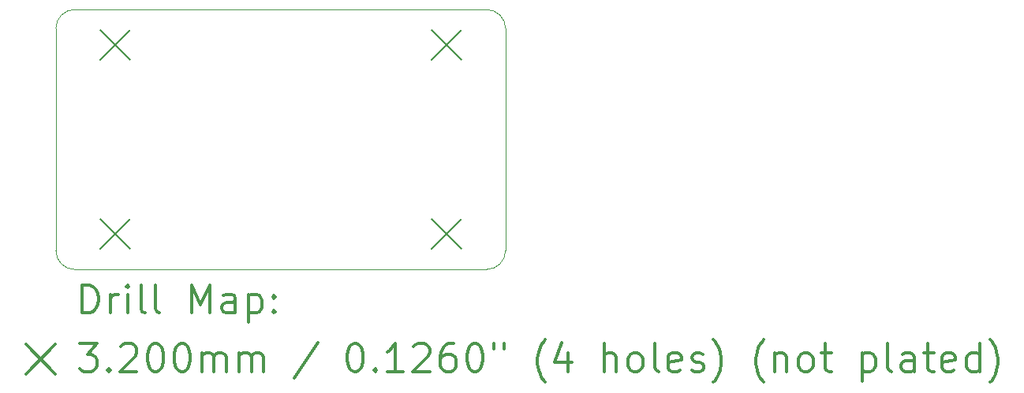
<source format=gbr>
%FSLAX45Y45*%
G04 Gerber Fmt 4.5, Leading zero omitted, Abs format (unit mm)*
G04 Created by KiCad (PCBNEW 5.1.12-84ad8e8a86~92~ubuntu16.04.1) date 2022-12-06 21:02:52*
%MOMM*%
%LPD*%
G01*
G04 APERTURE LIST*
%TA.AperFunction,Profile*%
%ADD10C,0.050000*%
%TD*%
%ADD11C,0.200000*%
%ADD12C,0.300000*%
G04 APERTURE END LIST*
D10*
X17322800Y-7086600D02*
X12903200Y-7086600D01*
X17526000Y-9677400D02*
X17526000Y-7289800D01*
X12903200Y-9880600D02*
X17322800Y-9880600D01*
X17526000Y-7289800D02*
G75*
G03*
X17322800Y-7086600I-203200J0D01*
G01*
X17322800Y-9880600D02*
G75*
G03*
X17526000Y-9677400I0J203200D01*
G01*
X12700000Y-7289800D02*
X12700000Y-9677400D01*
X12903200Y-7086600D02*
G75*
G03*
X12700000Y-7289800I0J-203200D01*
G01*
X12700000Y-9677400D02*
G75*
G03*
X12903200Y-9880600I203200J0D01*
G01*
D11*
X13175000Y-7307600D02*
X13495000Y-7627600D01*
X13495000Y-7307600D02*
X13175000Y-7627600D01*
X13175000Y-9339600D02*
X13495000Y-9659600D01*
X13495000Y-9339600D02*
X13175000Y-9659600D01*
X16731000Y-7307600D02*
X17051000Y-7627600D01*
X17051000Y-7307600D02*
X16731000Y-7627600D01*
X16731000Y-9339600D02*
X17051000Y-9659600D01*
X17051000Y-9339600D02*
X16731000Y-9659600D01*
D12*
X12983928Y-10348814D02*
X12983928Y-10048814D01*
X13055357Y-10048814D01*
X13098214Y-10063100D01*
X13126786Y-10091672D01*
X13141071Y-10120243D01*
X13155357Y-10177386D01*
X13155357Y-10220243D01*
X13141071Y-10277386D01*
X13126786Y-10305957D01*
X13098214Y-10334529D01*
X13055357Y-10348814D01*
X12983928Y-10348814D01*
X13283928Y-10348814D02*
X13283928Y-10148814D01*
X13283928Y-10205957D02*
X13298214Y-10177386D01*
X13312500Y-10163100D01*
X13341071Y-10148814D01*
X13369643Y-10148814D01*
X13469643Y-10348814D02*
X13469643Y-10148814D01*
X13469643Y-10048814D02*
X13455357Y-10063100D01*
X13469643Y-10077386D01*
X13483928Y-10063100D01*
X13469643Y-10048814D01*
X13469643Y-10077386D01*
X13655357Y-10348814D02*
X13626786Y-10334529D01*
X13612500Y-10305957D01*
X13612500Y-10048814D01*
X13812500Y-10348814D02*
X13783928Y-10334529D01*
X13769643Y-10305957D01*
X13769643Y-10048814D01*
X14155357Y-10348814D02*
X14155357Y-10048814D01*
X14255357Y-10263100D01*
X14355357Y-10048814D01*
X14355357Y-10348814D01*
X14626786Y-10348814D02*
X14626786Y-10191672D01*
X14612500Y-10163100D01*
X14583928Y-10148814D01*
X14526786Y-10148814D01*
X14498214Y-10163100D01*
X14626786Y-10334529D02*
X14598214Y-10348814D01*
X14526786Y-10348814D01*
X14498214Y-10334529D01*
X14483928Y-10305957D01*
X14483928Y-10277386D01*
X14498214Y-10248814D01*
X14526786Y-10234529D01*
X14598214Y-10234529D01*
X14626786Y-10220243D01*
X14769643Y-10148814D02*
X14769643Y-10448814D01*
X14769643Y-10163100D02*
X14798214Y-10148814D01*
X14855357Y-10148814D01*
X14883928Y-10163100D01*
X14898214Y-10177386D01*
X14912500Y-10205957D01*
X14912500Y-10291672D01*
X14898214Y-10320243D01*
X14883928Y-10334529D01*
X14855357Y-10348814D01*
X14798214Y-10348814D01*
X14769643Y-10334529D01*
X15041071Y-10320243D02*
X15055357Y-10334529D01*
X15041071Y-10348814D01*
X15026786Y-10334529D01*
X15041071Y-10320243D01*
X15041071Y-10348814D01*
X15041071Y-10163100D02*
X15055357Y-10177386D01*
X15041071Y-10191672D01*
X15026786Y-10177386D01*
X15041071Y-10163100D01*
X15041071Y-10191672D01*
X12377500Y-10683100D02*
X12697500Y-11003100D01*
X12697500Y-10683100D02*
X12377500Y-11003100D01*
X12955357Y-10678814D02*
X13141071Y-10678814D01*
X13041071Y-10793100D01*
X13083928Y-10793100D01*
X13112500Y-10807386D01*
X13126786Y-10821672D01*
X13141071Y-10850243D01*
X13141071Y-10921672D01*
X13126786Y-10950243D01*
X13112500Y-10964529D01*
X13083928Y-10978814D01*
X12998214Y-10978814D01*
X12969643Y-10964529D01*
X12955357Y-10950243D01*
X13269643Y-10950243D02*
X13283928Y-10964529D01*
X13269643Y-10978814D01*
X13255357Y-10964529D01*
X13269643Y-10950243D01*
X13269643Y-10978814D01*
X13398214Y-10707386D02*
X13412500Y-10693100D01*
X13441071Y-10678814D01*
X13512500Y-10678814D01*
X13541071Y-10693100D01*
X13555357Y-10707386D01*
X13569643Y-10735957D01*
X13569643Y-10764529D01*
X13555357Y-10807386D01*
X13383928Y-10978814D01*
X13569643Y-10978814D01*
X13755357Y-10678814D02*
X13783928Y-10678814D01*
X13812500Y-10693100D01*
X13826786Y-10707386D01*
X13841071Y-10735957D01*
X13855357Y-10793100D01*
X13855357Y-10864529D01*
X13841071Y-10921672D01*
X13826786Y-10950243D01*
X13812500Y-10964529D01*
X13783928Y-10978814D01*
X13755357Y-10978814D01*
X13726786Y-10964529D01*
X13712500Y-10950243D01*
X13698214Y-10921672D01*
X13683928Y-10864529D01*
X13683928Y-10793100D01*
X13698214Y-10735957D01*
X13712500Y-10707386D01*
X13726786Y-10693100D01*
X13755357Y-10678814D01*
X14041071Y-10678814D02*
X14069643Y-10678814D01*
X14098214Y-10693100D01*
X14112500Y-10707386D01*
X14126786Y-10735957D01*
X14141071Y-10793100D01*
X14141071Y-10864529D01*
X14126786Y-10921672D01*
X14112500Y-10950243D01*
X14098214Y-10964529D01*
X14069643Y-10978814D01*
X14041071Y-10978814D01*
X14012500Y-10964529D01*
X13998214Y-10950243D01*
X13983928Y-10921672D01*
X13969643Y-10864529D01*
X13969643Y-10793100D01*
X13983928Y-10735957D01*
X13998214Y-10707386D01*
X14012500Y-10693100D01*
X14041071Y-10678814D01*
X14269643Y-10978814D02*
X14269643Y-10778814D01*
X14269643Y-10807386D02*
X14283928Y-10793100D01*
X14312500Y-10778814D01*
X14355357Y-10778814D01*
X14383928Y-10793100D01*
X14398214Y-10821672D01*
X14398214Y-10978814D01*
X14398214Y-10821672D02*
X14412500Y-10793100D01*
X14441071Y-10778814D01*
X14483928Y-10778814D01*
X14512500Y-10793100D01*
X14526786Y-10821672D01*
X14526786Y-10978814D01*
X14669643Y-10978814D02*
X14669643Y-10778814D01*
X14669643Y-10807386D02*
X14683928Y-10793100D01*
X14712500Y-10778814D01*
X14755357Y-10778814D01*
X14783928Y-10793100D01*
X14798214Y-10821672D01*
X14798214Y-10978814D01*
X14798214Y-10821672D02*
X14812500Y-10793100D01*
X14841071Y-10778814D01*
X14883928Y-10778814D01*
X14912500Y-10793100D01*
X14926786Y-10821672D01*
X14926786Y-10978814D01*
X15512500Y-10664529D02*
X15255357Y-11050243D01*
X15898214Y-10678814D02*
X15926786Y-10678814D01*
X15955357Y-10693100D01*
X15969643Y-10707386D01*
X15983928Y-10735957D01*
X15998214Y-10793100D01*
X15998214Y-10864529D01*
X15983928Y-10921672D01*
X15969643Y-10950243D01*
X15955357Y-10964529D01*
X15926786Y-10978814D01*
X15898214Y-10978814D01*
X15869643Y-10964529D01*
X15855357Y-10950243D01*
X15841071Y-10921672D01*
X15826786Y-10864529D01*
X15826786Y-10793100D01*
X15841071Y-10735957D01*
X15855357Y-10707386D01*
X15869643Y-10693100D01*
X15898214Y-10678814D01*
X16126786Y-10950243D02*
X16141071Y-10964529D01*
X16126786Y-10978814D01*
X16112500Y-10964529D01*
X16126786Y-10950243D01*
X16126786Y-10978814D01*
X16426786Y-10978814D02*
X16255357Y-10978814D01*
X16341071Y-10978814D02*
X16341071Y-10678814D01*
X16312500Y-10721672D01*
X16283928Y-10750243D01*
X16255357Y-10764529D01*
X16541071Y-10707386D02*
X16555357Y-10693100D01*
X16583928Y-10678814D01*
X16655357Y-10678814D01*
X16683928Y-10693100D01*
X16698214Y-10707386D01*
X16712500Y-10735957D01*
X16712500Y-10764529D01*
X16698214Y-10807386D01*
X16526786Y-10978814D01*
X16712500Y-10978814D01*
X16969643Y-10678814D02*
X16912500Y-10678814D01*
X16883928Y-10693100D01*
X16869643Y-10707386D01*
X16841071Y-10750243D01*
X16826786Y-10807386D01*
X16826786Y-10921672D01*
X16841071Y-10950243D01*
X16855357Y-10964529D01*
X16883928Y-10978814D01*
X16941071Y-10978814D01*
X16969643Y-10964529D01*
X16983928Y-10950243D01*
X16998214Y-10921672D01*
X16998214Y-10850243D01*
X16983928Y-10821672D01*
X16969643Y-10807386D01*
X16941071Y-10793100D01*
X16883928Y-10793100D01*
X16855357Y-10807386D01*
X16841071Y-10821672D01*
X16826786Y-10850243D01*
X17183928Y-10678814D02*
X17212500Y-10678814D01*
X17241071Y-10693100D01*
X17255357Y-10707386D01*
X17269643Y-10735957D01*
X17283928Y-10793100D01*
X17283928Y-10864529D01*
X17269643Y-10921672D01*
X17255357Y-10950243D01*
X17241071Y-10964529D01*
X17212500Y-10978814D01*
X17183928Y-10978814D01*
X17155357Y-10964529D01*
X17141071Y-10950243D01*
X17126786Y-10921672D01*
X17112500Y-10864529D01*
X17112500Y-10793100D01*
X17126786Y-10735957D01*
X17141071Y-10707386D01*
X17155357Y-10693100D01*
X17183928Y-10678814D01*
X17398214Y-10678814D02*
X17398214Y-10735957D01*
X17512500Y-10678814D02*
X17512500Y-10735957D01*
X17955357Y-11093100D02*
X17941071Y-11078814D01*
X17912500Y-11035957D01*
X17898214Y-11007386D01*
X17883928Y-10964529D01*
X17869643Y-10893100D01*
X17869643Y-10835957D01*
X17883928Y-10764529D01*
X17898214Y-10721672D01*
X17912500Y-10693100D01*
X17941071Y-10650243D01*
X17955357Y-10635957D01*
X18198214Y-10778814D02*
X18198214Y-10978814D01*
X18126786Y-10664529D02*
X18055357Y-10878814D01*
X18241071Y-10878814D01*
X18583928Y-10978814D02*
X18583928Y-10678814D01*
X18712500Y-10978814D02*
X18712500Y-10821672D01*
X18698214Y-10793100D01*
X18669643Y-10778814D01*
X18626786Y-10778814D01*
X18598214Y-10793100D01*
X18583928Y-10807386D01*
X18898214Y-10978814D02*
X18869643Y-10964529D01*
X18855357Y-10950243D01*
X18841071Y-10921672D01*
X18841071Y-10835957D01*
X18855357Y-10807386D01*
X18869643Y-10793100D01*
X18898214Y-10778814D01*
X18941071Y-10778814D01*
X18969643Y-10793100D01*
X18983928Y-10807386D01*
X18998214Y-10835957D01*
X18998214Y-10921672D01*
X18983928Y-10950243D01*
X18969643Y-10964529D01*
X18941071Y-10978814D01*
X18898214Y-10978814D01*
X19169643Y-10978814D02*
X19141071Y-10964529D01*
X19126786Y-10935957D01*
X19126786Y-10678814D01*
X19398214Y-10964529D02*
X19369643Y-10978814D01*
X19312500Y-10978814D01*
X19283928Y-10964529D01*
X19269643Y-10935957D01*
X19269643Y-10821672D01*
X19283928Y-10793100D01*
X19312500Y-10778814D01*
X19369643Y-10778814D01*
X19398214Y-10793100D01*
X19412500Y-10821672D01*
X19412500Y-10850243D01*
X19269643Y-10878814D01*
X19526786Y-10964529D02*
X19555357Y-10978814D01*
X19612500Y-10978814D01*
X19641071Y-10964529D01*
X19655357Y-10935957D01*
X19655357Y-10921672D01*
X19641071Y-10893100D01*
X19612500Y-10878814D01*
X19569643Y-10878814D01*
X19541071Y-10864529D01*
X19526786Y-10835957D01*
X19526786Y-10821672D01*
X19541071Y-10793100D01*
X19569643Y-10778814D01*
X19612500Y-10778814D01*
X19641071Y-10793100D01*
X19755357Y-11093100D02*
X19769643Y-11078814D01*
X19798214Y-11035957D01*
X19812500Y-11007386D01*
X19826786Y-10964529D01*
X19841071Y-10893100D01*
X19841071Y-10835957D01*
X19826786Y-10764529D01*
X19812500Y-10721672D01*
X19798214Y-10693100D01*
X19769643Y-10650243D01*
X19755357Y-10635957D01*
X20298214Y-11093100D02*
X20283928Y-11078814D01*
X20255357Y-11035957D01*
X20241071Y-11007386D01*
X20226786Y-10964529D01*
X20212500Y-10893100D01*
X20212500Y-10835957D01*
X20226786Y-10764529D01*
X20241071Y-10721672D01*
X20255357Y-10693100D01*
X20283928Y-10650243D01*
X20298214Y-10635957D01*
X20412500Y-10778814D02*
X20412500Y-10978814D01*
X20412500Y-10807386D02*
X20426786Y-10793100D01*
X20455357Y-10778814D01*
X20498214Y-10778814D01*
X20526786Y-10793100D01*
X20541071Y-10821672D01*
X20541071Y-10978814D01*
X20726786Y-10978814D02*
X20698214Y-10964529D01*
X20683928Y-10950243D01*
X20669643Y-10921672D01*
X20669643Y-10835957D01*
X20683928Y-10807386D01*
X20698214Y-10793100D01*
X20726786Y-10778814D01*
X20769643Y-10778814D01*
X20798214Y-10793100D01*
X20812500Y-10807386D01*
X20826786Y-10835957D01*
X20826786Y-10921672D01*
X20812500Y-10950243D01*
X20798214Y-10964529D01*
X20769643Y-10978814D01*
X20726786Y-10978814D01*
X20912500Y-10778814D02*
X21026786Y-10778814D01*
X20955357Y-10678814D02*
X20955357Y-10935957D01*
X20969643Y-10964529D01*
X20998214Y-10978814D01*
X21026786Y-10978814D01*
X21355357Y-10778814D02*
X21355357Y-11078814D01*
X21355357Y-10793100D02*
X21383928Y-10778814D01*
X21441071Y-10778814D01*
X21469643Y-10793100D01*
X21483928Y-10807386D01*
X21498214Y-10835957D01*
X21498214Y-10921672D01*
X21483928Y-10950243D01*
X21469643Y-10964529D01*
X21441071Y-10978814D01*
X21383928Y-10978814D01*
X21355357Y-10964529D01*
X21669643Y-10978814D02*
X21641071Y-10964529D01*
X21626786Y-10935957D01*
X21626786Y-10678814D01*
X21912500Y-10978814D02*
X21912500Y-10821672D01*
X21898214Y-10793100D01*
X21869643Y-10778814D01*
X21812500Y-10778814D01*
X21783928Y-10793100D01*
X21912500Y-10964529D02*
X21883928Y-10978814D01*
X21812500Y-10978814D01*
X21783928Y-10964529D01*
X21769643Y-10935957D01*
X21769643Y-10907386D01*
X21783928Y-10878814D01*
X21812500Y-10864529D01*
X21883928Y-10864529D01*
X21912500Y-10850243D01*
X22012500Y-10778814D02*
X22126786Y-10778814D01*
X22055357Y-10678814D02*
X22055357Y-10935957D01*
X22069643Y-10964529D01*
X22098214Y-10978814D01*
X22126786Y-10978814D01*
X22341071Y-10964529D02*
X22312500Y-10978814D01*
X22255357Y-10978814D01*
X22226786Y-10964529D01*
X22212500Y-10935957D01*
X22212500Y-10821672D01*
X22226786Y-10793100D01*
X22255357Y-10778814D01*
X22312500Y-10778814D01*
X22341071Y-10793100D01*
X22355357Y-10821672D01*
X22355357Y-10850243D01*
X22212500Y-10878814D01*
X22612500Y-10978814D02*
X22612500Y-10678814D01*
X22612500Y-10964529D02*
X22583928Y-10978814D01*
X22526786Y-10978814D01*
X22498214Y-10964529D01*
X22483928Y-10950243D01*
X22469643Y-10921672D01*
X22469643Y-10835957D01*
X22483928Y-10807386D01*
X22498214Y-10793100D01*
X22526786Y-10778814D01*
X22583928Y-10778814D01*
X22612500Y-10793100D01*
X22726786Y-11093100D02*
X22741071Y-11078814D01*
X22769643Y-11035957D01*
X22783928Y-11007386D01*
X22798214Y-10964529D01*
X22812500Y-10893100D01*
X22812500Y-10835957D01*
X22798214Y-10764529D01*
X22783928Y-10721672D01*
X22769643Y-10693100D01*
X22741071Y-10650243D01*
X22726786Y-10635957D01*
M02*

</source>
